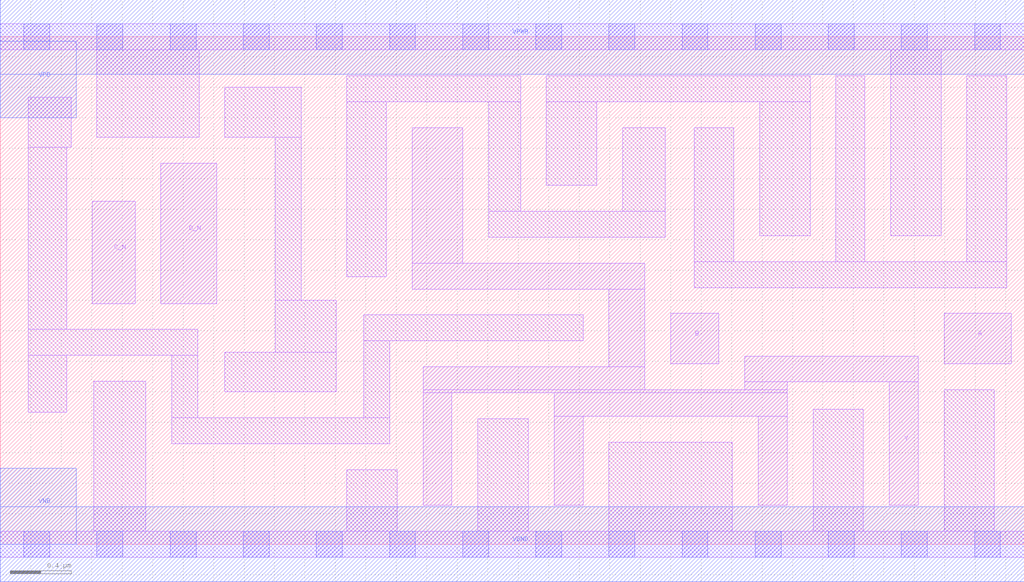
<source format=lef>
# Copyright 2020 The SkyWater PDK Authors
#
# Licensed under the Apache License, Version 2.0 (the "License");
# you may not use this file except in compliance with the License.
# You may obtain a copy of the License at
#
#     https://www.apache.org/licenses/LICENSE-2.0
#
# Unless required by applicable law or agreed to in writing, software
# distributed under the License is distributed on an "AS IS" BASIS,
# WITHOUT WARRANTIES OR CONDITIONS OF ANY KIND, either express or implied.
# See the License for the specific language governing permissions and
# limitations under the License.
#
# SPDX-License-Identifier: Apache-2.0

VERSION 5.5 ;
NAMESCASESENSITIVE ON ;
BUSBITCHARS "[]" ;
DIVIDERCHAR "/" ;
MACRO sky130_fd_sc_lp__nor4bb_2
  CLASS CORE ;
  SOURCE USER ;
  ORIGIN  0.000000  0.000000 ;
  SIZE  6.720000 BY  3.330000 ;
  SYMMETRY X Y R90 ;
  SITE unit ;
  PIN A
    ANTENNAGATEAREA  0.630000 ;
    DIRECTION INPUT ;
    USE SIGNAL ;
    PORT
      LAYER li1 ;
        RECT 6.195000 1.185000 6.635000 1.515000 ;
    END
  END A
  PIN B
    ANTENNAGATEAREA  0.630000 ;
    DIRECTION INPUT ;
    USE SIGNAL ;
    PORT
      LAYER li1 ;
        RECT 4.400000 1.185000 4.715000 1.515000 ;
    END
  END B
  PIN C_N
    ANTENNAGATEAREA  0.126000 ;
    DIRECTION INPUT ;
    USE SIGNAL ;
    PORT
      LAYER li1 ;
        RECT 0.605000 1.580000 0.885000 2.250000 ;
    END
  END C_N
  PIN D_N
    ANTENNAGATEAREA  0.126000 ;
    DIRECTION INPUT ;
    USE SIGNAL ;
    PORT
      LAYER li1 ;
        RECT 1.055000 1.580000 1.420000 2.500000 ;
    END
  END D_N
  PIN Y
    ANTENNADIFFAREA  1.293600 ;
    DIRECTION OUTPUT ;
    USE SIGNAL ;
    PORT
      LAYER li1 ;
        RECT 2.705000 1.675000 4.230000 1.845000 ;
        RECT 2.705000 1.845000 3.035000 2.735000 ;
        RECT 2.775000 0.255000 2.965000 0.995000 ;
        RECT 2.775000 0.995000 5.165000 1.015000 ;
        RECT 2.775000 1.015000 4.230000 1.165000 ;
        RECT 3.635000 0.255000 3.825000 0.840000 ;
        RECT 3.635000 0.840000 5.165000 0.995000 ;
        RECT 3.995000 1.165000 4.230000 1.675000 ;
        RECT 4.885000 1.015000 5.165000 1.065000 ;
        RECT 4.885000 1.065000 6.025000 1.235000 ;
        RECT 4.975000 0.255000 5.165000 0.840000 ;
        RECT 5.835000 0.255000 6.025000 1.065000 ;
    END
  END Y
  PIN VGND
    DIRECTION INOUT ;
    USE GROUND ;
    PORT
      LAYER met1 ;
        RECT 0.000000 -0.245000 6.720000 0.245000 ;
    END
  END VGND
  PIN VNB
    DIRECTION INOUT ;
    USE GROUND ;
    PORT
      LAYER met1 ;
        RECT 0.000000 0.000000 0.500000 0.500000 ;
    END
  END VNB
  PIN VPB
    DIRECTION INOUT ;
    USE POWER ;
    PORT
      LAYER met1 ;
        RECT 0.000000 2.800000 0.500000 3.300000 ;
    END
  END VPB
  PIN VPWR
    DIRECTION INOUT ;
    USE POWER ;
    PORT
      LAYER met1 ;
        RECT 0.000000 3.085000 6.720000 3.575000 ;
    END
  END VPWR
  OBS
    LAYER li1 ;
      RECT 0.000000 -0.085000 6.720000 0.085000 ;
      RECT 0.000000  3.245000 6.720000 3.415000 ;
      RECT 0.185000  0.865000 0.435000 1.240000 ;
      RECT 0.185000  1.240000 1.295000 1.410000 ;
      RECT 0.185000  1.410000 0.435000 2.605000 ;
      RECT 0.185000  2.605000 0.465000 2.935000 ;
      RECT 0.615000  0.085000 0.955000 1.070000 ;
      RECT 0.635000  2.670000 1.305000 3.245000 ;
      RECT 1.125000  0.660000 2.555000 0.830000 ;
      RECT 1.125000  0.830000 1.295000 1.240000 ;
      RECT 1.475000  1.000000 2.205000 1.260000 ;
      RECT 1.475000  2.670000 1.975000 3.000000 ;
      RECT 1.805000  1.260000 2.205000 1.600000 ;
      RECT 1.805000  1.600000 1.975000 2.670000 ;
      RECT 2.275000  0.085000 2.605000 0.490000 ;
      RECT 2.275000  1.755000 2.535000 2.905000 ;
      RECT 2.275000  2.905000 3.415000 3.075000 ;
      RECT 2.385000  0.830000 2.555000 1.335000 ;
      RECT 2.385000  1.335000 3.825000 1.505000 ;
      RECT 3.135000  0.085000 3.465000 0.825000 ;
      RECT 3.205000  2.015000 4.365000 2.185000 ;
      RECT 3.205000  2.185000 3.415000 2.905000 ;
      RECT 3.585000  2.355000 3.915000 2.905000 ;
      RECT 3.585000  2.905000 5.315000 3.075000 ;
      RECT 3.995000  0.085000 4.805000 0.670000 ;
      RECT 4.085000  2.185000 4.365000 2.735000 ;
      RECT 4.555000  1.685000 6.605000 1.855000 ;
      RECT 4.555000  1.855000 4.815000 2.735000 ;
      RECT 4.985000  2.025000 5.315000 2.905000 ;
      RECT 5.335000  0.085000 5.665000 0.885000 ;
      RECT 5.485000  1.855000 5.675000 3.075000 ;
      RECT 5.845000  2.025000 6.175000 3.245000 ;
      RECT 6.195000  0.085000 6.525000 1.015000 ;
      RECT 6.345000  1.855000 6.605000 3.075000 ;
    LAYER mcon ;
      RECT 0.155000 -0.085000 0.325000 0.085000 ;
      RECT 0.155000  3.245000 0.325000 3.415000 ;
      RECT 0.635000 -0.085000 0.805000 0.085000 ;
      RECT 0.635000  3.245000 0.805000 3.415000 ;
      RECT 1.115000 -0.085000 1.285000 0.085000 ;
      RECT 1.115000  3.245000 1.285000 3.415000 ;
      RECT 1.595000 -0.085000 1.765000 0.085000 ;
      RECT 1.595000  3.245000 1.765000 3.415000 ;
      RECT 2.075000 -0.085000 2.245000 0.085000 ;
      RECT 2.075000  3.245000 2.245000 3.415000 ;
      RECT 2.555000 -0.085000 2.725000 0.085000 ;
      RECT 2.555000  3.245000 2.725000 3.415000 ;
      RECT 3.035000 -0.085000 3.205000 0.085000 ;
      RECT 3.035000  3.245000 3.205000 3.415000 ;
      RECT 3.515000 -0.085000 3.685000 0.085000 ;
      RECT 3.515000  3.245000 3.685000 3.415000 ;
      RECT 3.995000 -0.085000 4.165000 0.085000 ;
      RECT 3.995000  3.245000 4.165000 3.415000 ;
      RECT 4.475000 -0.085000 4.645000 0.085000 ;
      RECT 4.475000  3.245000 4.645000 3.415000 ;
      RECT 4.955000 -0.085000 5.125000 0.085000 ;
      RECT 4.955000  3.245000 5.125000 3.415000 ;
      RECT 5.435000 -0.085000 5.605000 0.085000 ;
      RECT 5.435000  3.245000 5.605000 3.415000 ;
      RECT 5.915000 -0.085000 6.085000 0.085000 ;
      RECT 5.915000  3.245000 6.085000 3.415000 ;
      RECT 6.395000 -0.085000 6.565000 0.085000 ;
      RECT 6.395000  3.245000 6.565000 3.415000 ;
  END
END sky130_fd_sc_lp__nor4bb_2

</source>
